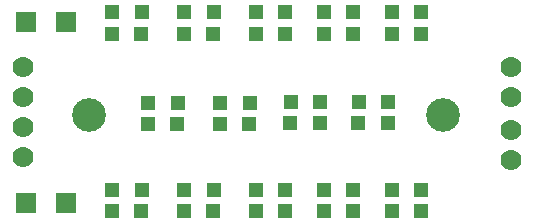
<source format=gts>
*
*
G04 PADS 9.3.1 Build Number: 456998 generated Gerber (RS-274-X) file*
G04 PC Version=2.1*
*
%IN "Lighting.pcb"*%
*
%MOIN*%
*
%FSLAX35Y35*%
*
*
*
*
G04 PC Standard Apertures*
*
*
G04 Thermal Relief Aperture macro.*
%AMTER*
1,1,$1,0,0*
1,0,$1-$2,0,0*
21,0,$3,$4,0,0,45*
21,0,$3,$4,0,0,135*
%
*
*
G04 Annular Aperture macro.*
%AMANN*
1,1,$1,0,0*
1,0,$2,0,0*
%
*
*
G04 Odd Aperture macro.*
%AMODD*
1,1,$1,0,0*
1,0,$1-0.005,0,0*
%
*
*
G04 PC Custom Aperture Macros*
*
*
*
*
*
*
G04 PC Aperture Table*
*
%ADD010C,0.001*%
%ADD051C,0.07*%
%ADD053R,0.07X0.07*%
%ADD191R,0.04937X0.04937*%
%ADD192C,0.11236*%
*
*
*
*
G04 PC Circuitry*
G04 Layer Name Lighting.pcb - circuitry*
%LPD*%
*
*
G04 PC Custom Flashes*
G04 Layer Name Lighting.pcb - flashes*
%LPD*%
*
*
G04 PC Circuitry*
G04 Layer Name Lighting.pcb - circuitry*
%LPD*%
*
G54D10*
G54D51*
G01X7559Y45354D03*
Y55354D03*
Y35276D03*
Y25276D03*
X170079Y34528D03*
Y24528D03*
Y45354D03*
Y55354D03*
G54D53*
X8368Y70551D03*
X21868D03*
X8368Y10079D03*
X21868D03*
G54D191*
X37244Y73622D03*
X37291Y66520D03*
X46866D03*
X47087Y73622D03*
X85119Y14409D03*
X85166Y7307D03*
X94741D03*
X94961Y14409D03*
X107796D03*
X107843Y7307D03*
X117418D03*
X117638Y14409D03*
X130473D03*
X130520Y7307D03*
X140095D03*
X140315Y14409D03*
X49213Y43386D03*
X49260Y36283D03*
X58835D03*
X59055Y43386D03*
X73150D03*
X73197Y36283D03*
X82772D03*
X82992Y43386D03*
X61181Y73622D03*
X61228Y66520D03*
X70803D03*
X71024Y73622D03*
X85118D03*
X85165Y66520D03*
X94740D03*
X94961Y73622D03*
X107795D03*
X107843Y66520D03*
X117417D03*
X117638Y73622D03*
X130472D03*
X130520Y66520D03*
X140094D03*
X140315Y73622D03*
X129055Y36614D03*
X129008Y43717D03*
X119433D03*
X119213Y36614D03*
X106378D03*
X106331Y43717D03*
X96756D03*
X96535Y36614D03*
X37245Y14409D03*
X37292Y7307D03*
X46867D03*
X47087Y14409D03*
X61182D03*
X61229Y7307D03*
X70804D03*
X71024Y14409D03*
G54D192*
X147638Y39370D03*
X29528D03*
X0Y0D02*
M02*

</source>
